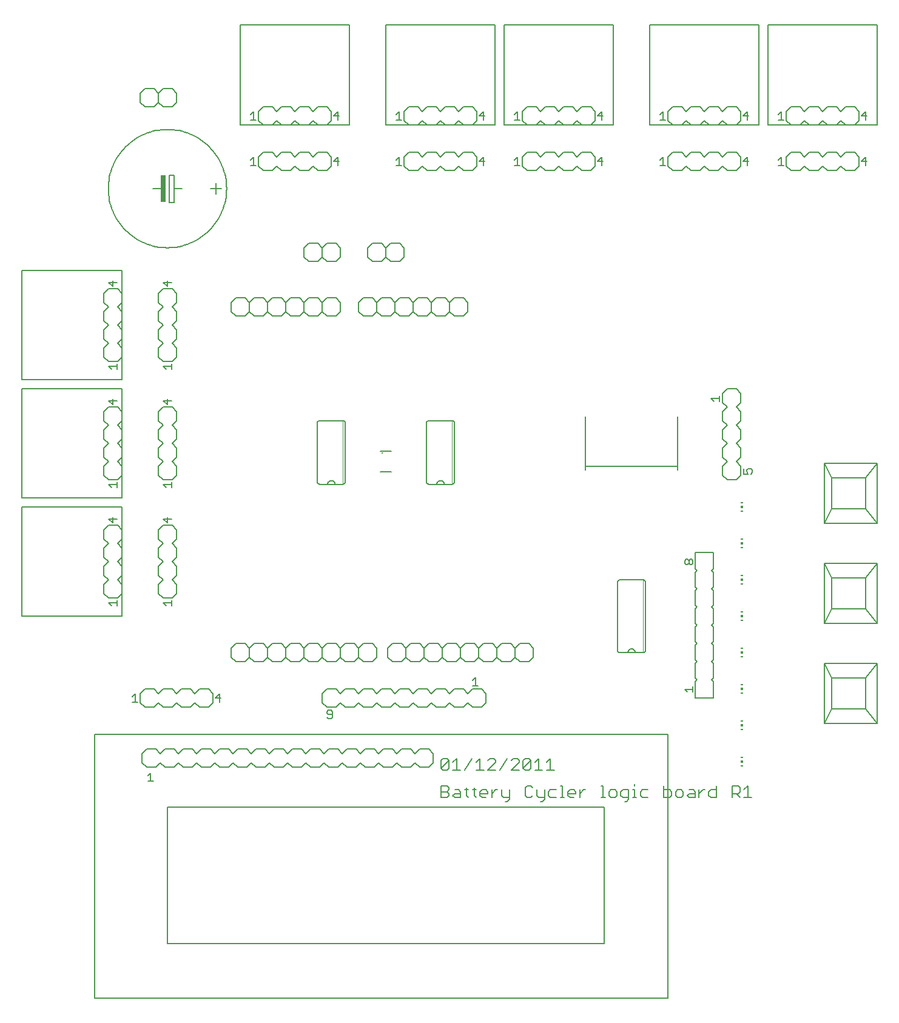
<source format=gto>
G75*
G70*
%OFA0B0*%
%FSLAX24Y24*%
%IPPOS*%
%LPD*%
%AMOC8*
5,1,8,0,0,1.08239X$1,22.5*
%
%ADD10C,0.0060*%
%ADD11C,0.0080*%
%ADD12C,0.0079*%
%ADD13C,0.0020*%
%ADD14C,0.0050*%
%ADD15R,0.0118X0.0059*%
%ADD16R,0.0118X0.0118*%
%ADD17R,0.0250X0.1500*%
D10*
X006984Y013206D02*
X007484Y013206D01*
X007734Y013456D01*
X007984Y013206D01*
X008484Y013206D01*
X008734Y013456D01*
X008984Y013206D01*
X009484Y013206D01*
X009734Y013456D01*
X009984Y013206D01*
X010484Y013206D01*
X010734Y013456D01*
X010984Y013206D01*
X011484Y013206D01*
X011734Y013456D01*
X011984Y013206D01*
X012484Y013206D01*
X012734Y013456D01*
X012984Y013206D01*
X013484Y013206D01*
X013734Y013456D01*
X013984Y013206D01*
X014484Y013206D01*
X014734Y013456D01*
X014984Y013206D01*
X015484Y013206D01*
X015734Y013456D01*
X015984Y013206D01*
X016484Y013206D01*
X016734Y013456D01*
X016984Y013206D01*
X017484Y013206D01*
X017734Y013456D01*
X017984Y013206D01*
X018484Y013206D01*
X018734Y013456D01*
X018984Y013206D01*
X019484Y013206D01*
X019734Y013456D01*
X019984Y013206D01*
X020484Y013206D01*
X020734Y013456D01*
X020984Y013206D01*
X021484Y013206D01*
X021734Y013456D01*
X021984Y013206D01*
X022484Y013206D01*
X022734Y013456D01*
X022734Y013956D01*
X022484Y014206D01*
X021984Y014206D01*
X021734Y013956D01*
X021484Y014206D01*
X020984Y014206D01*
X020734Y013956D01*
X020484Y014206D01*
X019984Y014206D01*
X019734Y013956D01*
X019484Y014206D01*
X018984Y014206D01*
X018734Y013956D01*
X018484Y014206D01*
X017984Y014206D01*
X017734Y013956D01*
X017484Y014206D01*
X016984Y014206D01*
X016734Y013956D01*
X016484Y014206D01*
X015984Y014206D01*
X015734Y013956D01*
X015484Y014206D01*
X014984Y014206D01*
X014734Y013956D01*
X014484Y014206D01*
X013984Y014206D01*
X013734Y013956D01*
X013484Y014206D01*
X012984Y014206D01*
X012734Y013956D01*
X012484Y014206D01*
X011984Y014206D01*
X011734Y013956D01*
X011484Y014206D01*
X010984Y014206D01*
X010734Y013956D01*
X010484Y014206D01*
X009984Y014206D01*
X009734Y013956D01*
X009484Y014206D01*
X008984Y014206D01*
X008734Y013956D01*
X008484Y014206D01*
X007984Y014206D01*
X007734Y013956D01*
X007484Y014206D01*
X006984Y014206D01*
X006734Y013956D01*
X006734Y013456D01*
X006984Y013206D01*
X006884Y016506D02*
X006634Y016756D01*
X006634Y017256D01*
X006884Y017506D01*
X007384Y017506D01*
X007634Y017256D01*
X007884Y017506D01*
X008384Y017506D01*
X008634Y017256D01*
X008884Y017506D01*
X009384Y017506D01*
X009634Y017256D01*
X009884Y017506D01*
X010384Y017506D01*
X010634Y017256D01*
X010634Y016756D01*
X010384Y016506D01*
X009884Y016506D01*
X009634Y016756D01*
X009384Y016506D01*
X008884Y016506D01*
X008634Y016756D01*
X008384Y016506D01*
X007884Y016506D01*
X007634Y016756D01*
X007384Y016506D01*
X006884Y016506D01*
X011634Y019256D02*
X011634Y019756D01*
X011884Y020006D01*
X012384Y020006D01*
X012634Y019756D01*
X012884Y020006D01*
X013384Y020006D01*
X013634Y019756D01*
X013884Y020006D01*
X014384Y020006D01*
X014634Y019756D01*
X014884Y020006D01*
X015384Y020006D01*
X015634Y019756D01*
X015884Y020006D01*
X016384Y020006D01*
X016634Y019756D01*
X016884Y020006D01*
X017384Y020006D01*
X017634Y019756D01*
X017884Y020006D01*
X018384Y020006D01*
X018634Y019756D01*
X018884Y020006D01*
X019384Y020006D01*
X019634Y019756D01*
X019634Y019256D01*
X019384Y019006D01*
X018884Y019006D01*
X018634Y019256D01*
X018384Y019006D01*
X017884Y019006D01*
X017634Y019256D01*
X017634Y019756D01*
X017634Y019256D02*
X017384Y019006D01*
X016884Y019006D01*
X016634Y019256D01*
X016384Y019006D01*
X015884Y019006D01*
X015634Y019256D01*
X015384Y019006D01*
X014884Y019006D01*
X014634Y019256D01*
X014634Y019756D01*
X014634Y019256D02*
X014384Y019006D01*
X013884Y019006D01*
X013634Y019256D01*
X013384Y019006D01*
X012884Y019006D01*
X012634Y019256D01*
X012384Y019006D01*
X011884Y019006D01*
X011634Y019256D01*
X012634Y019256D02*
X012634Y019756D01*
X013634Y019756D02*
X013634Y019256D01*
X015634Y019256D02*
X015634Y019756D01*
X016634Y019756D02*
X016634Y019256D01*
X016884Y017506D02*
X017384Y017506D01*
X017634Y017256D01*
X017884Y017506D01*
X018384Y017506D01*
X018634Y017256D01*
X018884Y017506D01*
X019384Y017506D01*
X019634Y017256D01*
X019884Y017506D01*
X020384Y017506D01*
X020634Y017256D01*
X020884Y017506D01*
X021384Y017506D01*
X021634Y017256D01*
X021884Y017506D01*
X022384Y017506D01*
X022634Y017256D01*
X022884Y017506D01*
X023384Y017506D01*
X023634Y017256D01*
X023884Y017506D01*
X024384Y017506D01*
X024634Y017256D01*
X024884Y017506D01*
X025384Y017506D01*
X025634Y017256D01*
X025634Y016756D01*
X025384Y016506D01*
X024884Y016506D01*
X024634Y016756D01*
X024384Y016506D01*
X023884Y016506D01*
X023634Y016756D01*
X023384Y016506D01*
X022884Y016506D01*
X022634Y016756D01*
X022384Y016506D01*
X021884Y016506D01*
X021634Y016756D01*
X021384Y016506D01*
X020884Y016506D01*
X020634Y016756D01*
X020384Y016506D01*
X019884Y016506D01*
X019634Y016756D01*
X019384Y016506D01*
X018884Y016506D01*
X018634Y016756D01*
X018384Y016506D01*
X017884Y016506D01*
X017634Y016756D01*
X017384Y016506D01*
X016884Y016506D01*
X016634Y016756D01*
X016634Y017256D01*
X016884Y017506D01*
X018634Y019256D02*
X018634Y019756D01*
X020234Y019756D02*
X020234Y019256D01*
X020484Y019006D01*
X020984Y019006D01*
X021234Y019256D01*
X021234Y019756D01*
X020984Y020006D01*
X020484Y020006D01*
X020234Y019756D01*
X021234Y019756D02*
X021484Y020006D01*
X021984Y020006D01*
X022234Y019756D01*
X022484Y020006D01*
X022984Y020006D01*
X023234Y019756D01*
X023484Y020006D01*
X023984Y020006D01*
X024234Y019756D01*
X024484Y020006D01*
X024984Y020006D01*
X025234Y019756D01*
X025484Y020006D01*
X025984Y020006D01*
X026234Y019756D01*
X026484Y020006D01*
X026984Y020006D01*
X027234Y019756D01*
X027484Y020006D01*
X027984Y020006D01*
X028234Y019756D01*
X028234Y019256D01*
X027984Y019006D01*
X027484Y019006D01*
X027234Y019256D01*
X026984Y019006D01*
X026484Y019006D01*
X026234Y019256D01*
X026234Y019756D01*
X026234Y019256D02*
X025984Y019006D01*
X025484Y019006D01*
X025234Y019256D01*
X024984Y019006D01*
X024484Y019006D01*
X024234Y019256D01*
X023984Y019006D01*
X023484Y019006D01*
X023234Y019256D01*
X023234Y019756D01*
X023234Y019256D02*
X022984Y019006D01*
X022484Y019006D01*
X022234Y019256D01*
X021984Y019006D01*
X021484Y019006D01*
X021234Y019256D01*
X022234Y019256D02*
X022234Y019756D01*
X024234Y019756D02*
X024234Y019256D01*
X025234Y019256D02*
X025234Y019756D01*
X027234Y019756D02*
X027234Y019256D01*
X027138Y013676D02*
X027032Y013570D01*
X027138Y013676D02*
X027352Y013676D01*
X027459Y013570D01*
X027459Y013463D01*
X027032Y013036D01*
X027459Y013036D01*
X027676Y013143D02*
X028103Y013570D01*
X028103Y013143D01*
X027996Y013036D01*
X027783Y013036D01*
X027676Y013143D01*
X027676Y013570D01*
X027783Y013676D01*
X027996Y013676D01*
X028103Y013570D01*
X028321Y013463D02*
X028534Y013676D01*
X028534Y013036D01*
X028321Y013036D02*
X028748Y013036D01*
X028965Y013036D02*
X029392Y013036D01*
X029179Y013036D02*
X029179Y013676D01*
X028965Y013463D01*
X029717Y012176D02*
X029824Y012176D01*
X029824Y011536D01*
X029717Y011536D02*
X029931Y011536D01*
X030147Y011643D02*
X030147Y011856D01*
X030254Y011963D01*
X030467Y011963D01*
X030574Y011856D01*
X030574Y011749D01*
X030147Y011749D01*
X030147Y011643D02*
X030254Y011536D01*
X030467Y011536D01*
X030791Y011536D02*
X030791Y011963D01*
X030791Y011749D02*
X031005Y011963D01*
X031112Y011963D01*
X031973Y012176D02*
X032080Y012176D01*
X032080Y011536D01*
X032186Y011536D02*
X031973Y011536D01*
X032403Y011643D02*
X032509Y011536D01*
X032723Y011536D01*
X032830Y011643D01*
X032830Y011856D01*
X032723Y011963D01*
X032509Y011963D01*
X032403Y011856D01*
X032403Y011643D01*
X033047Y011643D02*
X033154Y011536D01*
X033474Y011536D01*
X033474Y011429D02*
X033474Y011963D01*
X033154Y011963D01*
X033047Y011856D01*
X033047Y011643D01*
X033261Y011322D02*
X033367Y011322D01*
X033474Y011429D01*
X033692Y011536D02*
X033905Y011536D01*
X033798Y011536D02*
X033798Y011963D01*
X033692Y011963D01*
X033798Y012176D02*
X033798Y012283D01*
X034121Y011856D02*
X034121Y011643D01*
X034228Y011536D01*
X034548Y011536D01*
X034548Y011963D02*
X034228Y011963D01*
X034121Y011856D01*
X035410Y011963D02*
X035731Y011963D01*
X035837Y011856D01*
X035837Y011643D01*
X035731Y011536D01*
X035410Y011536D01*
X035410Y012176D01*
X036055Y011856D02*
X036055Y011643D01*
X036162Y011536D01*
X036375Y011536D01*
X036482Y011643D01*
X036482Y011856D01*
X036375Y011963D01*
X036162Y011963D01*
X036055Y011856D01*
X036700Y011643D02*
X036806Y011749D01*
X037127Y011749D01*
X037127Y011856D02*
X037127Y011536D01*
X036806Y011536D01*
X036700Y011643D01*
X036806Y011963D02*
X037020Y011963D01*
X037127Y011856D01*
X037344Y011749D02*
X037558Y011963D01*
X037664Y011963D01*
X037881Y011856D02*
X037988Y011963D01*
X038308Y011963D01*
X038308Y012176D02*
X038308Y011536D01*
X037988Y011536D01*
X037881Y011643D01*
X037881Y011856D01*
X037344Y011963D02*
X037344Y011536D01*
X039170Y011536D02*
X039170Y012176D01*
X039490Y012176D01*
X039597Y012070D01*
X039597Y011856D01*
X039490Y011749D01*
X039170Y011749D01*
X039384Y011749D02*
X039597Y011536D01*
X039815Y011536D02*
X040242Y011536D01*
X040028Y011536D02*
X040028Y012176D01*
X039815Y011963D01*
X038134Y017006D02*
X037134Y017006D01*
X037134Y017906D01*
X037234Y018006D01*
X037134Y018106D01*
X037134Y018906D01*
X037234Y019006D01*
X037134Y019106D01*
X037134Y019906D01*
X037234Y020006D01*
X037134Y020106D01*
X037134Y020906D01*
X037234Y021006D01*
X037134Y021106D01*
X037134Y021906D01*
X037234Y022006D01*
X037134Y022106D01*
X037134Y022906D01*
X037234Y023006D01*
X037134Y023106D01*
X037134Y023906D01*
X037234Y024006D01*
X037134Y024106D01*
X037134Y025006D01*
X038134Y025006D01*
X038134Y024106D01*
X038034Y024006D01*
X038134Y023906D01*
X038134Y023106D01*
X038034Y023006D01*
X038134Y022906D01*
X038134Y022106D01*
X038034Y022006D01*
X038134Y021906D01*
X038134Y021106D01*
X038034Y021006D01*
X038134Y020906D01*
X038134Y020106D01*
X038034Y020006D01*
X038134Y019906D01*
X038134Y019106D01*
X038034Y019006D01*
X038134Y018906D01*
X038134Y018106D01*
X038034Y018006D01*
X038134Y017906D01*
X038134Y017006D01*
X034404Y019656D02*
X034404Y023356D01*
X034402Y023379D01*
X034397Y023402D01*
X034388Y023424D01*
X034375Y023444D01*
X034360Y023462D01*
X034342Y023477D01*
X034322Y023490D01*
X034300Y023499D01*
X034277Y023504D01*
X034254Y023506D01*
X033014Y023506D01*
X032991Y023504D01*
X032968Y023499D01*
X032946Y023490D01*
X032926Y023477D01*
X032908Y023462D01*
X032893Y023444D01*
X032880Y023424D01*
X032871Y023402D01*
X032866Y023379D01*
X032864Y023356D01*
X032864Y019656D01*
X032866Y019633D01*
X032871Y019610D01*
X032880Y019588D01*
X032893Y019568D01*
X032908Y019550D01*
X032926Y019535D01*
X032946Y019522D01*
X032968Y019513D01*
X032991Y019508D01*
X033014Y019506D01*
X033434Y019506D01*
X033834Y019506D01*
X034254Y019506D01*
X034277Y019508D01*
X034300Y019513D01*
X034322Y019522D01*
X034342Y019535D01*
X034360Y019550D01*
X034375Y019568D01*
X034388Y019588D01*
X034397Y019610D01*
X034402Y019633D01*
X034404Y019656D01*
X033834Y019506D02*
X033832Y019533D01*
X033827Y019560D01*
X033817Y019586D01*
X033805Y019610D01*
X033789Y019632D01*
X033771Y019652D01*
X033749Y019669D01*
X033726Y019684D01*
X033701Y019694D01*
X033675Y019702D01*
X033648Y019706D01*
X033620Y019706D01*
X033593Y019702D01*
X033567Y019694D01*
X033542Y019684D01*
X033519Y019669D01*
X033497Y019652D01*
X033479Y019632D01*
X033463Y019610D01*
X033451Y019586D01*
X033441Y019560D01*
X033436Y019533D01*
X033434Y019506D01*
X029500Y011963D02*
X029179Y011963D01*
X029073Y011856D01*
X029073Y011643D01*
X029179Y011536D01*
X029500Y011536D01*
X028855Y011536D02*
X028535Y011536D01*
X028428Y011643D01*
X028428Y011963D01*
X028211Y012070D02*
X028104Y012176D01*
X027890Y012176D01*
X027784Y012070D01*
X027784Y011643D01*
X027890Y011536D01*
X028104Y011536D01*
X028211Y011643D01*
X028642Y011322D02*
X028748Y011322D01*
X028855Y011429D01*
X028855Y011963D01*
X026922Y011963D02*
X026922Y011429D01*
X026815Y011322D01*
X026708Y011322D01*
X026601Y011536D02*
X026922Y011536D01*
X026601Y011536D02*
X026495Y011643D01*
X026495Y011963D01*
X026278Y011963D02*
X026171Y011963D01*
X025957Y011749D01*
X025957Y011536D02*
X025957Y011963D01*
X025740Y011856D02*
X025740Y011749D01*
X025313Y011749D01*
X025313Y011643D02*
X025313Y011856D01*
X025420Y011963D01*
X025633Y011963D01*
X025740Y011856D01*
X025633Y011536D02*
X025420Y011536D01*
X025313Y011643D01*
X025097Y011536D02*
X024990Y011643D01*
X024990Y012070D01*
X024883Y011963D02*
X025097Y011963D01*
X024667Y011963D02*
X024454Y011963D01*
X024560Y012070D02*
X024560Y011643D01*
X024667Y011536D01*
X024236Y011536D02*
X023916Y011536D01*
X023809Y011643D01*
X023916Y011749D01*
X024236Y011749D01*
X024236Y011856D02*
X024236Y011536D01*
X024236Y011856D02*
X024129Y011963D01*
X023916Y011963D01*
X023591Y011963D02*
X023485Y011856D01*
X023164Y011856D01*
X023164Y011536D02*
X023485Y011536D01*
X023591Y011643D01*
X023591Y011749D01*
X023485Y011856D01*
X023591Y011963D02*
X023591Y012070D01*
X023485Y012176D01*
X023164Y012176D01*
X023164Y011536D01*
X023271Y013036D02*
X023164Y013143D01*
X023591Y013570D01*
X023591Y013143D01*
X023485Y013036D01*
X023271Y013036D01*
X023164Y013143D02*
X023164Y013570D01*
X023271Y013676D01*
X023485Y013676D01*
X023591Y013570D01*
X023809Y013463D02*
X024023Y013676D01*
X024023Y013036D01*
X024236Y013036D02*
X023809Y013036D01*
X024454Y013036D02*
X024881Y013676D01*
X025098Y013463D02*
X025312Y013676D01*
X025312Y013036D01*
X025525Y013036D02*
X025098Y013036D01*
X025743Y013036D02*
X026170Y013463D01*
X026170Y013570D01*
X026063Y013676D01*
X025849Y013676D01*
X025743Y013570D01*
X025743Y013036D02*
X026170Y013036D01*
X026387Y013036D02*
X026814Y013676D01*
X023754Y028756D02*
X023334Y028756D01*
X022934Y028756D01*
X022514Y028756D01*
X022491Y028758D01*
X022468Y028763D01*
X022446Y028772D01*
X022426Y028785D01*
X022408Y028800D01*
X022393Y028818D01*
X022380Y028838D01*
X022371Y028860D01*
X022366Y028883D01*
X022364Y028906D01*
X022364Y032106D01*
X022366Y032129D01*
X022371Y032152D01*
X022380Y032174D01*
X022393Y032194D01*
X022408Y032212D01*
X022426Y032227D01*
X022446Y032240D01*
X022468Y032249D01*
X022491Y032254D01*
X022514Y032256D01*
X023754Y032256D01*
X023777Y032254D01*
X023800Y032249D01*
X023822Y032240D01*
X023842Y032227D01*
X023860Y032212D01*
X023875Y032194D01*
X023888Y032174D01*
X023897Y032152D01*
X023902Y032129D01*
X023904Y032106D01*
X023904Y028906D01*
X023902Y028883D01*
X023897Y028860D01*
X023888Y028838D01*
X023875Y028818D01*
X023860Y028800D01*
X023842Y028785D01*
X023822Y028772D01*
X023800Y028763D01*
X023777Y028758D01*
X023754Y028756D01*
X023334Y028756D02*
X023332Y028783D01*
X023327Y028810D01*
X023317Y028836D01*
X023305Y028860D01*
X023289Y028882D01*
X023271Y028902D01*
X023249Y028919D01*
X023226Y028934D01*
X023201Y028944D01*
X023175Y028952D01*
X023148Y028956D01*
X023120Y028956D01*
X023093Y028952D01*
X023067Y028944D01*
X023042Y028934D01*
X023019Y028919D01*
X022997Y028902D01*
X022979Y028882D01*
X022963Y028860D01*
X022951Y028836D01*
X022941Y028810D01*
X022936Y028783D01*
X022934Y028756D01*
X020442Y029446D02*
X019827Y029446D01*
X019827Y030566D02*
X020442Y030566D01*
X017904Y032106D02*
X017904Y028906D01*
X017902Y028883D01*
X017897Y028860D01*
X017888Y028838D01*
X017875Y028818D01*
X017860Y028800D01*
X017842Y028785D01*
X017822Y028772D01*
X017800Y028763D01*
X017777Y028758D01*
X017754Y028756D01*
X017334Y028756D01*
X016934Y028756D01*
X016514Y028756D01*
X016491Y028758D01*
X016468Y028763D01*
X016446Y028772D01*
X016426Y028785D01*
X016408Y028800D01*
X016393Y028818D01*
X016380Y028838D01*
X016371Y028860D01*
X016366Y028883D01*
X016364Y028906D01*
X016364Y032106D01*
X016366Y032129D01*
X016371Y032152D01*
X016380Y032174D01*
X016393Y032194D01*
X016408Y032212D01*
X016426Y032227D01*
X016446Y032240D01*
X016468Y032249D01*
X016491Y032254D01*
X016514Y032256D01*
X017754Y032256D01*
X017777Y032254D01*
X017800Y032249D01*
X017822Y032240D01*
X017842Y032227D01*
X017860Y032212D01*
X017875Y032194D01*
X017888Y032174D01*
X017897Y032152D01*
X017902Y032129D01*
X017904Y032106D01*
X017334Y028756D02*
X017332Y028783D01*
X017327Y028810D01*
X017317Y028836D01*
X017305Y028860D01*
X017289Y028882D01*
X017271Y028902D01*
X017249Y028919D01*
X017226Y028934D01*
X017201Y028944D01*
X017175Y028952D01*
X017148Y028956D01*
X017120Y028956D01*
X017093Y028952D01*
X017067Y028944D01*
X017042Y028934D01*
X017019Y028919D01*
X016997Y028902D01*
X016979Y028882D01*
X016963Y028860D01*
X016951Y028836D01*
X016941Y028810D01*
X016936Y028783D01*
X016934Y028756D01*
X016884Y038006D02*
X016634Y038256D01*
X016634Y038756D01*
X016884Y039006D01*
X017384Y039006D01*
X017634Y038756D01*
X017634Y038256D01*
X017384Y038006D01*
X016884Y038006D01*
X016634Y038256D02*
X016384Y038006D01*
X015884Y038006D01*
X015634Y038256D01*
X015384Y038006D01*
X014884Y038006D01*
X014634Y038256D01*
X014384Y038006D01*
X013884Y038006D01*
X013634Y038256D01*
X013634Y038756D01*
X013884Y039006D01*
X014384Y039006D01*
X014634Y038756D01*
X014884Y039006D01*
X015384Y039006D01*
X015634Y038756D01*
X015884Y039006D01*
X016384Y039006D01*
X016634Y038756D01*
X015634Y038756D02*
X015634Y038256D01*
X014634Y038256D02*
X014634Y038756D01*
X013634Y038756D02*
X013384Y039006D01*
X012884Y039006D01*
X012634Y038756D01*
X012384Y039006D01*
X011884Y039006D01*
X011634Y038756D01*
X011634Y038256D01*
X011884Y038006D01*
X012384Y038006D01*
X012634Y038256D01*
X012634Y038756D01*
X012634Y038256D02*
X012884Y038006D01*
X013384Y038006D01*
X013634Y038256D01*
X015884Y041006D02*
X016384Y041006D01*
X016634Y041256D01*
X016884Y041006D01*
X017384Y041006D01*
X017634Y041256D01*
X017634Y041756D01*
X017384Y042006D01*
X016884Y042006D01*
X016634Y041756D01*
X016634Y041256D01*
X016634Y041756D02*
X016384Y042006D01*
X015884Y042006D01*
X015634Y041756D01*
X015634Y041256D01*
X015884Y041006D01*
X018634Y038756D02*
X018634Y038256D01*
X018884Y038006D01*
X019384Y038006D01*
X019634Y038256D01*
X019634Y038756D01*
X019384Y039006D01*
X018884Y039006D01*
X018634Y038756D01*
X019634Y038756D02*
X019884Y039006D01*
X020384Y039006D01*
X020634Y038756D01*
X020884Y039006D01*
X021384Y039006D01*
X021634Y038756D01*
X021884Y039006D01*
X022384Y039006D01*
X022634Y038756D01*
X022884Y039006D01*
X023384Y039006D01*
X023634Y038756D01*
X023884Y039006D01*
X024384Y039006D01*
X024634Y038756D01*
X024634Y038256D01*
X024384Y038006D01*
X023884Y038006D01*
X023634Y038256D01*
X023634Y038756D01*
X023634Y038256D02*
X023384Y038006D01*
X022884Y038006D01*
X022634Y038256D01*
X022384Y038006D01*
X021884Y038006D01*
X021634Y038256D01*
X021384Y038006D01*
X020884Y038006D01*
X020634Y038256D01*
X020634Y038756D01*
X020634Y038256D02*
X020384Y038006D01*
X019884Y038006D01*
X019634Y038256D01*
X021634Y038256D02*
X021634Y038756D01*
X022634Y038756D02*
X022634Y038256D01*
X020884Y041006D02*
X020384Y041006D01*
X020134Y041256D01*
X019884Y041006D01*
X019384Y041006D01*
X019134Y041256D01*
X019134Y041756D01*
X019384Y042006D01*
X019884Y042006D01*
X020134Y041756D01*
X020384Y042006D01*
X020884Y042006D01*
X021134Y041756D01*
X021134Y041256D01*
X020884Y041006D01*
X020134Y041256D02*
X020134Y041756D01*
X021384Y046006D02*
X021884Y046006D01*
X022134Y046256D01*
X022384Y046006D01*
X022884Y046006D01*
X023134Y046256D01*
X023384Y046006D01*
X023884Y046006D01*
X024134Y046256D01*
X024384Y046006D01*
X024884Y046006D01*
X025134Y046256D01*
X025134Y046756D01*
X024884Y047006D01*
X024384Y047006D01*
X024134Y046756D01*
X023884Y047006D01*
X023384Y047006D01*
X023134Y046756D01*
X022884Y047006D01*
X022384Y047006D01*
X022134Y046756D01*
X021884Y047006D01*
X021384Y047006D01*
X021134Y046756D01*
X021134Y046256D01*
X021384Y046006D01*
X021384Y048506D02*
X021884Y048506D01*
X022134Y048756D01*
X022384Y048506D01*
X022884Y048506D01*
X023134Y048756D01*
X023384Y048506D01*
X023884Y048506D01*
X024134Y048756D01*
X024384Y048506D01*
X024884Y048506D01*
X025134Y048756D01*
X025134Y049256D01*
X024884Y049506D01*
X024384Y049506D01*
X024134Y049256D01*
X023884Y049506D01*
X023384Y049506D01*
X023134Y049256D01*
X022884Y049506D01*
X022384Y049506D01*
X022134Y049256D01*
X021884Y049506D01*
X021384Y049506D01*
X021134Y049256D01*
X021134Y048756D01*
X021384Y048506D01*
X017134Y048756D02*
X016884Y048506D01*
X016384Y048506D01*
X016134Y048756D01*
X015884Y048506D01*
X015384Y048506D01*
X015134Y048756D01*
X014884Y048506D01*
X014384Y048506D01*
X014134Y048756D01*
X013884Y048506D01*
X013384Y048506D01*
X013134Y048756D01*
X013134Y049256D01*
X013384Y049506D01*
X013884Y049506D01*
X014134Y049256D01*
X014384Y049506D01*
X014884Y049506D01*
X015134Y049256D01*
X015384Y049506D01*
X015884Y049506D01*
X016134Y049256D01*
X016384Y049506D01*
X016884Y049506D01*
X017134Y049256D01*
X017134Y048756D01*
X016884Y047006D02*
X016384Y047006D01*
X016134Y046756D01*
X015884Y047006D01*
X015384Y047006D01*
X015134Y046756D01*
X014884Y047006D01*
X014384Y047006D01*
X014134Y046756D01*
X013884Y047006D01*
X013384Y047006D01*
X013134Y046756D01*
X013134Y046256D01*
X013384Y046006D01*
X013884Y046006D01*
X014134Y046256D01*
X014384Y046006D01*
X014884Y046006D01*
X015134Y046256D01*
X015384Y046006D01*
X015884Y046006D01*
X016134Y046256D01*
X016384Y046006D01*
X016884Y046006D01*
X017134Y046256D01*
X017134Y046756D01*
X016884Y047006D01*
X011084Y045006D02*
X010484Y045006D01*
X010784Y045306D02*
X010784Y044706D01*
X008934Y045006D02*
X008484Y045006D01*
X008484Y045756D01*
X008234Y045756D01*
X008234Y044256D01*
X008484Y044256D01*
X008484Y045006D01*
X004884Y045006D02*
X004888Y045165D01*
X004900Y045325D01*
X004919Y045483D01*
X004946Y045640D01*
X004981Y045796D01*
X005024Y045949D01*
X005074Y046101D01*
X005131Y046250D01*
X005196Y046396D01*
X005268Y046538D01*
X005346Y046677D01*
X005432Y046812D01*
X005524Y046942D01*
X005622Y047068D01*
X005726Y047189D01*
X005836Y047304D01*
X005951Y047414D01*
X006072Y047518D01*
X006198Y047616D01*
X006328Y047708D01*
X006463Y047794D01*
X006602Y047872D01*
X006744Y047944D01*
X006890Y048009D01*
X007039Y048066D01*
X007191Y048116D01*
X007344Y048159D01*
X007500Y048194D01*
X007657Y048221D01*
X007815Y048240D01*
X007975Y048252D01*
X008134Y048256D01*
X008293Y048252D01*
X008453Y048240D01*
X008611Y048221D01*
X008768Y048194D01*
X008924Y048159D01*
X009077Y048116D01*
X009229Y048066D01*
X009378Y048009D01*
X009524Y047944D01*
X009666Y047872D01*
X009805Y047794D01*
X009940Y047708D01*
X010070Y047616D01*
X010196Y047518D01*
X010317Y047414D01*
X010432Y047304D01*
X010542Y047189D01*
X010646Y047068D01*
X010744Y046942D01*
X010836Y046812D01*
X010922Y046677D01*
X011000Y046538D01*
X011072Y046396D01*
X011137Y046250D01*
X011194Y046101D01*
X011244Y045949D01*
X011287Y045796D01*
X011322Y045640D01*
X011349Y045483D01*
X011368Y045325D01*
X011380Y045165D01*
X011384Y045006D01*
X011380Y044847D01*
X011368Y044687D01*
X011349Y044529D01*
X011322Y044372D01*
X011287Y044216D01*
X011244Y044063D01*
X011194Y043911D01*
X011137Y043762D01*
X011072Y043616D01*
X011000Y043474D01*
X010922Y043335D01*
X010836Y043200D01*
X010744Y043070D01*
X010646Y042944D01*
X010542Y042823D01*
X010432Y042708D01*
X010317Y042598D01*
X010196Y042494D01*
X010070Y042396D01*
X009940Y042304D01*
X009805Y042218D01*
X009666Y042140D01*
X009524Y042068D01*
X009378Y042003D01*
X009229Y041946D01*
X009077Y041896D01*
X008924Y041853D01*
X008768Y041818D01*
X008611Y041791D01*
X008453Y041772D01*
X008293Y041760D01*
X008134Y041756D01*
X007975Y041760D01*
X007815Y041772D01*
X007657Y041791D01*
X007500Y041818D01*
X007344Y041853D01*
X007191Y041896D01*
X007039Y041946D01*
X006890Y042003D01*
X006744Y042068D01*
X006602Y042140D01*
X006463Y042218D01*
X006328Y042304D01*
X006198Y042396D01*
X006072Y042494D01*
X005951Y042598D01*
X005836Y042708D01*
X005726Y042823D01*
X005622Y042944D01*
X005524Y043070D01*
X005432Y043200D01*
X005346Y043335D01*
X005268Y043474D01*
X005196Y043616D01*
X005131Y043762D01*
X005074Y043911D01*
X005024Y044063D01*
X004981Y044216D01*
X004946Y044372D01*
X004919Y044529D01*
X004900Y044687D01*
X004888Y044847D01*
X004884Y045006D01*
X007334Y045006D02*
X007884Y045006D01*
X007884Y049506D02*
X007634Y049756D01*
X007384Y049506D01*
X006884Y049506D01*
X006634Y049756D01*
X006634Y050256D01*
X006884Y050506D01*
X007384Y050506D01*
X007634Y050256D01*
X007884Y050506D01*
X008384Y050506D01*
X008634Y050256D01*
X008634Y049756D01*
X008384Y049506D01*
X007884Y049506D01*
X007634Y049756D02*
X007634Y050256D01*
X007884Y039506D02*
X007634Y039256D01*
X007634Y038756D01*
X007884Y038506D01*
X007634Y038256D01*
X007634Y037756D01*
X007884Y037506D01*
X007634Y037256D01*
X007634Y036756D01*
X007884Y036506D01*
X007634Y036256D01*
X007634Y035756D01*
X007884Y035506D01*
X008384Y035506D01*
X008634Y035756D01*
X008634Y036256D01*
X008384Y036506D01*
X008634Y036756D01*
X008634Y037256D01*
X008384Y037506D01*
X008634Y037756D01*
X008634Y038256D01*
X008384Y038506D01*
X008634Y038756D01*
X008634Y039256D01*
X008384Y039506D01*
X007884Y039506D01*
X005634Y039256D02*
X005634Y038756D01*
X005384Y038506D01*
X005634Y038256D01*
X005634Y037756D01*
X005384Y037506D01*
X005634Y037256D01*
X005634Y036756D01*
X005384Y036506D01*
X005634Y036256D01*
X005634Y035756D01*
X005384Y035506D01*
X004884Y035506D01*
X004634Y035756D01*
X004634Y036256D01*
X004884Y036506D01*
X004634Y036756D01*
X004634Y037256D01*
X004884Y037506D01*
X004634Y037756D01*
X004634Y038256D01*
X004884Y038506D01*
X004634Y038756D01*
X004634Y039256D01*
X004884Y039506D01*
X005384Y039506D01*
X005634Y039256D01*
X005384Y033006D02*
X004884Y033006D01*
X004634Y032756D01*
X004634Y032256D01*
X004884Y032006D01*
X004634Y031756D01*
X004634Y031256D01*
X004884Y031006D01*
X004634Y030756D01*
X004634Y030256D01*
X004884Y030006D01*
X004634Y029756D01*
X004634Y029256D01*
X004884Y029006D01*
X005384Y029006D01*
X005634Y029256D01*
X005634Y029756D01*
X005384Y030006D01*
X005634Y030256D01*
X005634Y030756D01*
X005384Y031006D01*
X005634Y031256D01*
X005634Y031756D01*
X005384Y032006D01*
X005634Y032256D01*
X005634Y032756D01*
X005384Y033006D01*
X007634Y032756D02*
X007634Y032256D01*
X007884Y032006D01*
X007634Y031756D01*
X007634Y031256D01*
X007884Y031006D01*
X007634Y030756D01*
X007634Y030256D01*
X007884Y030006D01*
X007634Y029756D01*
X007634Y029256D01*
X007884Y029006D01*
X008384Y029006D01*
X008634Y029256D01*
X008634Y029756D01*
X008384Y030006D01*
X008634Y030256D01*
X008634Y030756D01*
X008384Y031006D01*
X008634Y031256D01*
X008634Y031756D01*
X008384Y032006D01*
X008634Y032256D01*
X008634Y032756D01*
X008384Y033006D01*
X007884Y033006D01*
X007634Y032756D01*
X007884Y026506D02*
X007634Y026256D01*
X007634Y025756D01*
X007884Y025506D01*
X007634Y025256D01*
X007634Y024756D01*
X007884Y024506D01*
X007634Y024256D01*
X007634Y023756D01*
X007884Y023506D01*
X007634Y023256D01*
X007634Y022756D01*
X007884Y022506D01*
X008384Y022506D01*
X008634Y022756D01*
X008634Y023256D01*
X008384Y023506D01*
X008634Y023756D01*
X008634Y024256D01*
X008384Y024506D01*
X008634Y024756D01*
X008634Y025256D01*
X008384Y025506D01*
X008634Y025756D01*
X008634Y026256D01*
X008384Y026506D01*
X007884Y026506D01*
X005634Y026256D02*
X005634Y025756D01*
X005384Y025506D01*
X005634Y025256D01*
X005634Y024756D01*
X005384Y024506D01*
X005634Y024256D01*
X005634Y023756D01*
X005384Y023506D01*
X005634Y023256D01*
X005634Y022756D01*
X005384Y022506D01*
X004884Y022506D01*
X004634Y022756D01*
X004634Y023256D01*
X004884Y023506D01*
X004634Y023756D01*
X004634Y024256D01*
X004884Y024506D01*
X004634Y024756D01*
X004634Y025256D01*
X004884Y025506D01*
X004634Y025756D01*
X004634Y026256D01*
X004884Y026506D01*
X005384Y026506D01*
X005634Y026256D01*
X027634Y046256D02*
X027884Y046006D01*
X028384Y046006D01*
X028634Y046256D01*
X028884Y046006D01*
X029384Y046006D01*
X029634Y046256D01*
X029884Y046006D01*
X030384Y046006D01*
X030634Y046256D01*
X030884Y046006D01*
X031384Y046006D01*
X031634Y046256D01*
X031634Y046756D01*
X031384Y047006D01*
X030884Y047006D01*
X030634Y046756D01*
X030384Y047006D01*
X029884Y047006D01*
X029634Y046756D01*
X029384Y047006D01*
X028884Y047006D01*
X028634Y046756D01*
X028384Y047006D01*
X027884Y047006D01*
X027634Y046756D01*
X027634Y046256D01*
X027884Y048506D02*
X028384Y048506D01*
X028634Y048756D01*
X028884Y048506D01*
X029384Y048506D01*
X029634Y048756D01*
X029884Y048506D01*
X030384Y048506D01*
X030634Y048756D01*
X030884Y048506D01*
X031384Y048506D01*
X031634Y048756D01*
X031634Y049256D01*
X031384Y049506D01*
X030884Y049506D01*
X030634Y049256D01*
X030384Y049506D01*
X029884Y049506D01*
X029634Y049256D01*
X029384Y049506D01*
X028884Y049506D01*
X028634Y049256D01*
X028384Y049506D01*
X027884Y049506D01*
X027634Y049256D01*
X027634Y048756D01*
X027884Y048506D01*
X035634Y048756D02*
X035884Y048506D01*
X036384Y048506D01*
X036634Y048756D01*
X036884Y048506D01*
X037384Y048506D01*
X037634Y048756D01*
X037884Y048506D01*
X038384Y048506D01*
X038634Y048756D01*
X038884Y048506D01*
X039384Y048506D01*
X039634Y048756D01*
X039634Y049256D01*
X039384Y049506D01*
X038884Y049506D01*
X038634Y049256D01*
X038384Y049506D01*
X037884Y049506D01*
X037634Y049256D01*
X037384Y049506D01*
X036884Y049506D01*
X036634Y049256D01*
X036384Y049506D01*
X035884Y049506D01*
X035634Y049256D01*
X035634Y048756D01*
X035884Y047006D02*
X035634Y046756D01*
X035634Y046256D01*
X035884Y046006D01*
X036384Y046006D01*
X036634Y046256D01*
X036884Y046006D01*
X037384Y046006D01*
X037634Y046256D01*
X037884Y046006D01*
X038384Y046006D01*
X038634Y046256D01*
X038884Y046006D01*
X039384Y046006D01*
X039634Y046256D01*
X039634Y046756D01*
X039384Y047006D01*
X038884Y047006D01*
X038634Y046756D01*
X038384Y047006D01*
X037884Y047006D01*
X037634Y046756D01*
X037384Y047006D01*
X036884Y047006D01*
X036634Y046756D01*
X036384Y047006D01*
X035884Y047006D01*
X042134Y046756D02*
X042134Y046256D01*
X042384Y046006D01*
X042884Y046006D01*
X043134Y046256D01*
X043384Y046006D01*
X043884Y046006D01*
X044134Y046256D01*
X044384Y046006D01*
X044884Y046006D01*
X045134Y046256D01*
X045384Y046006D01*
X045884Y046006D01*
X046134Y046256D01*
X046134Y046756D01*
X045884Y047006D01*
X045384Y047006D01*
X045134Y046756D01*
X044884Y047006D01*
X044384Y047006D01*
X044134Y046756D01*
X043884Y047006D01*
X043384Y047006D01*
X043134Y046756D01*
X042884Y047006D01*
X042384Y047006D01*
X042134Y046756D01*
X042384Y048506D02*
X042884Y048506D01*
X043134Y048756D01*
X043384Y048506D01*
X043884Y048506D01*
X044134Y048756D01*
X044384Y048506D01*
X044884Y048506D01*
X045134Y048756D01*
X045384Y048506D01*
X045884Y048506D01*
X046134Y048756D01*
X046134Y049256D01*
X045884Y049506D01*
X045384Y049506D01*
X045134Y049256D01*
X044884Y049506D01*
X044384Y049506D01*
X044134Y049256D01*
X043884Y049506D01*
X043384Y049506D01*
X043134Y049256D01*
X042884Y049506D01*
X042384Y049506D01*
X042134Y049256D01*
X042134Y048756D01*
X042384Y048506D01*
X039384Y034006D02*
X038884Y034006D01*
X038634Y033756D01*
X038634Y033256D01*
X038884Y033006D01*
X038634Y032756D01*
X038634Y032256D01*
X038884Y032006D01*
X038634Y031756D01*
X038634Y031256D01*
X038884Y031006D01*
X038634Y030756D01*
X038634Y030256D01*
X038884Y030006D01*
X038634Y029756D01*
X038634Y029256D01*
X038884Y029006D01*
X039384Y029006D01*
X039634Y029256D01*
X039634Y029756D01*
X039384Y030006D01*
X039634Y030256D01*
X039634Y030756D01*
X039384Y031006D01*
X039634Y031256D01*
X039634Y031756D01*
X039384Y032006D01*
X039634Y032256D01*
X039634Y032756D01*
X039384Y033006D01*
X039634Y033256D01*
X039634Y033756D01*
X039384Y034006D01*
D11*
X036178Y032463D02*
X036178Y029746D01*
X036178Y029549D01*
X036178Y029746D02*
X031091Y029746D01*
X031091Y032463D01*
X031091Y029746D02*
X031091Y029549D01*
X044217Y029908D02*
X044217Y026604D01*
X044634Y027406D01*
X046484Y027406D01*
X046484Y029106D01*
X044634Y029106D01*
X044217Y029908D01*
X047134Y029908D01*
X046484Y029106D01*
X047134Y029908D02*
X047134Y026604D01*
X046484Y027406D01*
X047134Y026604D02*
X044217Y026604D01*
X044634Y027406D02*
X044634Y029106D01*
X044217Y024408D02*
X044634Y023606D01*
X046484Y023606D01*
X047134Y024408D01*
X044217Y024408D01*
X044217Y021104D01*
X044634Y021906D01*
X046484Y021906D01*
X046484Y023606D01*
X047134Y024408D02*
X047134Y021104D01*
X046484Y021906D01*
X047134Y021104D02*
X044217Y021104D01*
X044634Y021906D02*
X044634Y023606D01*
X044217Y018908D02*
X044634Y018106D01*
X046484Y018106D01*
X047134Y018908D01*
X044217Y018908D01*
X044217Y015604D01*
X044634Y016406D01*
X046484Y016406D01*
X046484Y018106D01*
X047134Y018908D02*
X047134Y015604D01*
X046484Y016406D01*
X047134Y015604D02*
X044217Y015604D01*
X044634Y016406D02*
X044634Y018106D01*
D12*
X019938Y030459D03*
D13*
X017764Y028756D02*
X017764Y032256D01*
X023764Y032256D02*
X023764Y028756D01*
X034264Y023506D02*
X034264Y019506D01*
D14*
X004134Y015006D02*
X004134Y000506D01*
X035634Y000506D01*
X035634Y015006D01*
X004134Y015006D01*
X006209Y016781D02*
X006510Y016781D01*
X006360Y016781D02*
X006360Y017231D01*
X006209Y017081D01*
X007210Y012881D02*
X007059Y012731D01*
X007210Y012881D02*
X007210Y012431D01*
X007360Y012431D02*
X007059Y012431D01*
X008134Y011006D02*
X008134Y003506D01*
X032134Y003506D01*
X032134Y011006D01*
X008134Y011006D01*
X010985Y016781D02*
X010985Y017231D01*
X010759Y017006D01*
X011060Y017006D01*
X008359Y022081D02*
X008359Y022381D01*
X008359Y022231D02*
X007909Y022231D01*
X008059Y022081D01*
X005634Y021506D02*
X000134Y021506D01*
X000134Y027506D01*
X005634Y027506D01*
X005634Y021506D01*
X005359Y022081D02*
X005359Y022381D01*
X005359Y022231D02*
X004909Y022231D01*
X005059Y022081D01*
X005134Y026631D02*
X005134Y026931D01*
X004909Y026856D02*
X005134Y026631D01*
X005359Y026856D02*
X004909Y026856D01*
X005634Y028006D02*
X000134Y028006D01*
X000134Y034006D01*
X005634Y034006D01*
X005634Y028006D01*
X005359Y028581D02*
X005359Y028881D01*
X005359Y028731D02*
X004909Y028731D01*
X005059Y028581D01*
X007909Y028731D02*
X008059Y028581D01*
X007909Y028731D02*
X008359Y028731D01*
X008359Y028581D02*
X008359Y028881D01*
X008134Y026931D02*
X008134Y026631D01*
X007909Y026856D01*
X008359Y026856D01*
X008134Y033131D02*
X008134Y033431D01*
X007909Y033356D02*
X008134Y033131D01*
X008359Y033356D02*
X007909Y033356D01*
X008059Y035081D02*
X007909Y035231D01*
X008359Y035231D01*
X008359Y035081D02*
X008359Y035381D01*
X005634Y034506D02*
X000134Y034506D01*
X000134Y040506D01*
X005634Y040506D01*
X005634Y034506D01*
X005359Y035081D02*
X005359Y035381D01*
X005359Y035231D02*
X004909Y035231D01*
X005059Y035081D01*
X005134Y033431D02*
X005134Y033131D01*
X004909Y033356D01*
X005359Y033356D01*
X005134Y039631D02*
X005134Y039931D01*
X004909Y039856D02*
X005134Y039631D01*
X005359Y039856D02*
X004909Y039856D01*
X007909Y039856D02*
X008134Y039631D01*
X008134Y039931D01*
X008359Y039856D02*
X007909Y039856D01*
X012709Y046281D02*
X013010Y046281D01*
X012860Y046281D02*
X012860Y046731D01*
X012709Y046581D01*
X012134Y048506D02*
X012134Y054006D01*
X018134Y054006D01*
X018134Y048506D01*
X012134Y048506D01*
X012709Y048781D02*
X013010Y048781D01*
X012860Y048781D02*
X012860Y049231D01*
X012709Y049081D01*
X017259Y049006D02*
X017560Y049006D01*
X017485Y048781D02*
X017485Y049231D01*
X017259Y049006D01*
X017485Y046731D02*
X017259Y046506D01*
X017560Y046506D01*
X017485Y046281D02*
X017485Y046731D01*
X020134Y048506D02*
X020134Y054006D01*
X026134Y054006D01*
X026134Y048506D01*
X020134Y048506D01*
X020709Y048781D02*
X021010Y048781D01*
X020860Y048781D02*
X020860Y049231D01*
X020709Y049081D01*
X020860Y046731D02*
X020860Y046281D01*
X021010Y046281D02*
X020709Y046281D01*
X020709Y046581D02*
X020860Y046731D01*
X025259Y046506D02*
X025560Y046506D01*
X025485Y046281D02*
X025485Y046731D01*
X025259Y046506D01*
X027209Y046581D02*
X027360Y046731D01*
X027360Y046281D01*
X027510Y046281D02*
X027209Y046281D01*
X026634Y048506D02*
X026634Y054006D01*
X032634Y054006D01*
X032634Y048506D01*
X026634Y048506D01*
X027209Y048781D02*
X027510Y048781D01*
X027360Y048781D02*
X027360Y049231D01*
X027209Y049081D01*
X025560Y049006D02*
X025259Y049006D01*
X025485Y049231D01*
X025485Y048781D01*
X031759Y049006D02*
X032060Y049006D01*
X031985Y048781D02*
X031985Y049231D01*
X031759Y049006D01*
X031985Y046731D02*
X031759Y046506D01*
X032060Y046506D01*
X031985Y046281D02*
X031985Y046731D01*
X034634Y048506D02*
X034634Y054006D01*
X040634Y054006D01*
X040634Y048506D01*
X034634Y048506D01*
X035209Y048781D02*
X035510Y048781D01*
X035360Y048781D02*
X035360Y049231D01*
X035209Y049081D01*
X035360Y046731D02*
X035360Y046281D01*
X035510Y046281D02*
X035209Y046281D01*
X035209Y046581D02*
X035360Y046731D01*
X039759Y046506D02*
X040060Y046506D01*
X039985Y046281D02*
X039985Y046731D01*
X039759Y046506D01*
X041709Y046581D02*
X041860Y046731D01*
X041860Y046281D01*
X042010Y046281D02*
X041709Y046281D01*
X041134Y048506D02*
X041134Y054006D01*
X047134Y054006D01*
X047134Y048506D01*
X041134Y048506D01*
X041709Y048781D02*
X042010Y048781D01*
X041860Y048781D02*
X041860Y049231D01*
X041709Y049081D01*
X040060Y049006D02*
X039759Y049006D01*
X039985Y049231D01*
X039985Y048781D01*
X046259Y049006D02*
X046560Y049006D01*
X046485Y048781D02*
X046485Y049231D01*
X046259Y049006D01*
X046485Y046731D02*
X046259Y046506D01*
X046560Y046506D01*
X046485Y046281D02*
X046485Y046731D01*
X038459Y033621D02*
X038459Y033321D01*
X038459Y033471D02*
X038009Y033471D01*
X038159Y033321D01*
X039809Y029621D02*
X039809Y029321D01*
X040034Y029321D01*
X039959Y029471D01*
X039959Y029546D01*
X040034Y029621D01*
X040184Y029621D01*
X040259Y029546D01*
X040259Y029396D01*
X040184Y029321D01*
X036934Y024631D02*
X037009Y024556D01*
X037009Y024406D01*
X036934Y024331D01*
X036859Y024331D01*
X036784Y024406D01*
X036784Y024556D01*
X036859Y024631D01*
X036934Y024631D01*
X036784Y024556D02*
X036709Y024631D01*
X036634Y024631D01*
X036559Y024556D01*
X036559Y024406D01*
X036634Y024331D01*
X036709Y024331D01*
X036784Y024406D01*
X037009Y017631D02*
X037009Y017331D01*
X037009Y017481D02*
X036559Y017481D01*
X036709Y017331D01*
X025199Y017681D02*
X024899Y017681D01*
X025049Y017681D02*
X025049Y018131D01*
X024899Y017981D01*
X017199Y016256D02*
X017199Y015956D01*
X017124Y015881D01*
X016974Y015881D01*
X016899Y015956D01*
X016974Y016106D02*
X017199Y016106D01*
X017199Y016256D02*
X017124Y016331D01*
X016974Y016331D01*
X016899Y016256D01*
X016899Y016181D01*
X016974Y016106D01*
D15*
X039694Y015742D03*
X039694Y015270D03*
X039694Y013742D03*
X039694Y013270D03*
X039694Y017270D03*
X039694Y017742D03*
X039694Y019270D03*
X039694Y019742D03*
X039694Y021270D03*
X039694Y021742D03*
X039694Y023270D03*
X039694Y023742D03*
X039694Y025270D03*
X039694Y025742D03*
X039694Y027270D03*
X039694Y027742D03*
D16*
X039694Y027506D03*
X039694Y025506D03*
X039694Y023506D03*
X039694Y021506D03*
X039694Y019506D03*
X039694Y017506D03*
X039694Y015506D03*
X039694Y013506D03*
D17*
X007909Y045006D03*
M02*

</source>
